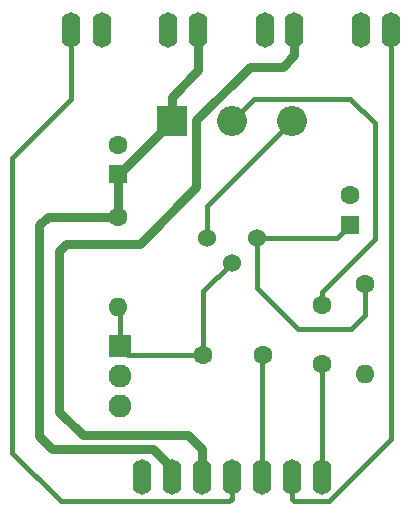
<source format=gbr>
G04 #@! TF.GenerationSoftware,KiCad,Pcbnew,(5.1.5-0-10_14)*
G04 #@! TF.CreationDate,2021-09-14T17:31:05+02:00*
G04 #@! TF.ProjectId,npnium,6e706e69-756d-42e6-9b69-6361645f7063,rev?*
G04 #@! TF.SameCoordinates,Original*
G04 #@! TF.FileFunction,Copper,L1,Top*
G04 #@! TF.FilePolarity,Positive*
%FSLAX46Y46*%
G04 Gerber Fmt 4.6, Leading zero omitted, Abs format (unit mm)*
G04 Created by KiCad (PCBNEW (5.1.5-0-10_14)) date 2021-09-14 17:31:05*
%MOMM*%
%LPD*%
G04 APERTURE LIST*
%ADD10O,1.600000X3.000000*%
%ADD11O,2.540000X2.540000*%
%ADD12R,2.540000X2.540000*%
%ADD13O,1.930400X1.930400*%
%ADD14R,1.930400X1.930400*%
%ADD15O,1.600000X1.600000*%
%ADD16C,1.600000*%
%ADD17C,1.524000*%
%ADD18R,1.600000X1.600000*%
%ADD19C,0.400000*%
%ADD20C,0.800000*%
G04 APERTURE END LIST*
D10*
X97170000Y-70700000D03*
X94600000Y-70700000D03*
D11*
X105080000Y-78400000D03*
X100000000Y-78400000D03*
D12*
X94920000Y-78400000D03*
D13*
X90500000Y-102540000D03*
X90500000Y-100000000D03*
D14*
X90500000Y-97460000D03*
D15*
X111300000Y-99820000D03*
D16*
X111300000Y-92200000D03*
D15*
X90400000Y-94120000D03*
D16*
X90400000Y-86500000D03*
D17*
X97900000Y-88300000D03*
X100000000Y-90400000D03*
X102100000Y-88300000D03*
D10*
X107620000Y-108500000D03*
X105080000Y-108500000D03*
X102540000Y-108500000D03*
X92380000Y-108500000D03*
X94920000Y-108500000D03*
X97460000Y-108500000D03*
X100000000Y-108500000D03*
X105300000Y-70700000D03*
X113500000Y-70700000D03*
X86400000Y-70700000D03*
X102800000Y-70700000D03*
X110900000Y-70700000D03*
X89000000Y-70700000D03*
D16*
X90400000Y-80400000D03*
D18*
X90400000Y-82900000D03*
D16*
X110000000Y-84700000D03*
D18*
X110000000Y-87200000D03*
D16*
X107600000Y-94000000D03*
X107600000Y-99000000D03*
X102600000Y-98200000D03*
X97600000Y-98200000D03*
D19*
X102540000Y-98260000D02*
X102600000Y-98200000D01*
X102540000Y-108500000D02*
X102540000Y-98260000D01*
X91240000Y-98200000D02*
X90500000Y-97460000D01*
X97600000Y-98200000D02*
X91240000Y-98200000D01*
X90500000Y-94220000D02*
X90400000Y-94120000D01*
X90500000Y-97460000D02*
X90500000Y-94220000D01*
X97600000Y-92800000D02*
X100000000Y-90400000D01*
X97600000Y-98200000D02*
X97600000Y-92800000D01*
X107600000Y-92868630D02*
X107600000Y-94000000D01*
X112100000Y-78600000D02*
X112100000Y-88368630D01*
X110029999Y-76529999D02*
X112100000Y-78600000D01*
X112100000Y-88368630D02*
X107600000Y-92868630D01*
X101870001Y-76529999D02*
X110029999Y-76529999D01*
X100000000Y-78400000D02*
X101870001Y-76529999D01*
X107600000Y-108480000D02*
X107620000Y-108500000D01*
X107600000Y-99000000D02*
X107600000Y-108480000D01*
X108900000Y-88300000D02*
X110000000Y-87200000D01*
X102100000Y-88300000D02*
X108900000Y-88300000D01*
X102100000Y-92500000D02*
X102100000Y-89377630D01*
X105600000Y-96000000D02*
X102100000Y-92500000D01*
X110100000Y-96000000D02*
X105600000Y-96000000D01*
X102100000Y-89377630D02*
X102100000Y-88300000D01*
X111300000Y-94800000D02*
X110100000Y-96000000D01*
X111300000Y-92200000D02*
X111300000Y-94800000D01*
D20*
X97170000Y-73000000D02*
X97170000Y-70700000D01*
X97170000Y-74080000D02*
X97170000Y-73000000D01*
X94920000Y-76330000D02*
X97170000Y-74080000D01*
X94920000Y-78400000D02*
X94920000Y-76330000D01*
X90400000Y-86500000D02*
X90400000Y-82900000D01*
X90420000Y-82900000D02*
X94920000Y-78400000D01*
X90400000Y-82900000D02*
X90420000Y-82900000D01*
X84400000Y-86500000D02*
X90400000Y-86500000D01*
X83700000Y-87200000D02*
X84400000Y-86500000D01*
X94920000Y-108500000D02*
X94920000Y-107800000D01*
X83700000Y-105100000D02*
X83700000Y-87200000D01*
X84800000Y-106200000D02*
X83700000Y-105100000D01*
X93320000Y-106200000D02*
X84800000Y-106200000D01*
X94920000Y-107800000D02*
X93320000Y-106200000D01*
D19*
X81400000Y-81500000D02*
X86400000Y-76500000D01*
X85500010Y-110600010D02*
X81400000Y-106500000D01*
X99799990Y-110600010D02*
X85500010Y-110600010D01*
X86400000Y-76500000D02*
X86400000Y-70700000D01*
X100000000Y-110400000D02*
X99799990Y-110600010D01*
X81400000Y-106500000D02*
X81400000Y-81500000D01*
X100000000Y-108500000D02*
X100000000Y-110400000D01*
X113500000Y-72600000D02*
X113500000Y-70700000D01*
X113500000Y-105299913D02*
X113500000Y-72600000D01*
X105280010Y-110600010D02*
X108199903Y-110600010D01*
X105080000Y-110400000D02*
X105280010Y-110600010D01*
X108199903Y-110600010D02*
X113500000Y-105299913D01*
X105080000Y-108500000D02*
X105080000Y-110400000D01*
D20*
X97460000Y-106200000D02*
X97460000Y-108500000D01*
X96259990Y-104999990D02*
X97460000Y-106200000D01*
X85400000Y-103000000D02*
X87399990Y-104999990D01*
X105300000Y-70700000D02*
X105300000Y-72800000D01*
X96990001Y-84009999D02*
X92200000Y-88800000D01*
X87399990Y-104999990D02*
X96259990Y-104999990D01*
X101536398Y-73800000D02*
X96990001Y-78346397D01*
X92200000Y-88800000D02*
X86000000Y-88800000D01*
X86000000Y-88800000D02*
X85400000Y-89400000D01*
X85400000Y-89400000D02*
X85400000Y-103000000D01*
X96990001Y-78346397D02*
X96990001Y-84009999D01*
X104300000Y-73800000D02*
X101536398Y-73800000D01*
X105300000Y-72800000D02*
X104300000Y-73800000D01*
D19*
X97900000Y-85580000D02*
X105080000Y-78400000D01*
X97900000Y-88300000D02*
X97900000Y-85580000D01*
M02*

</source>
